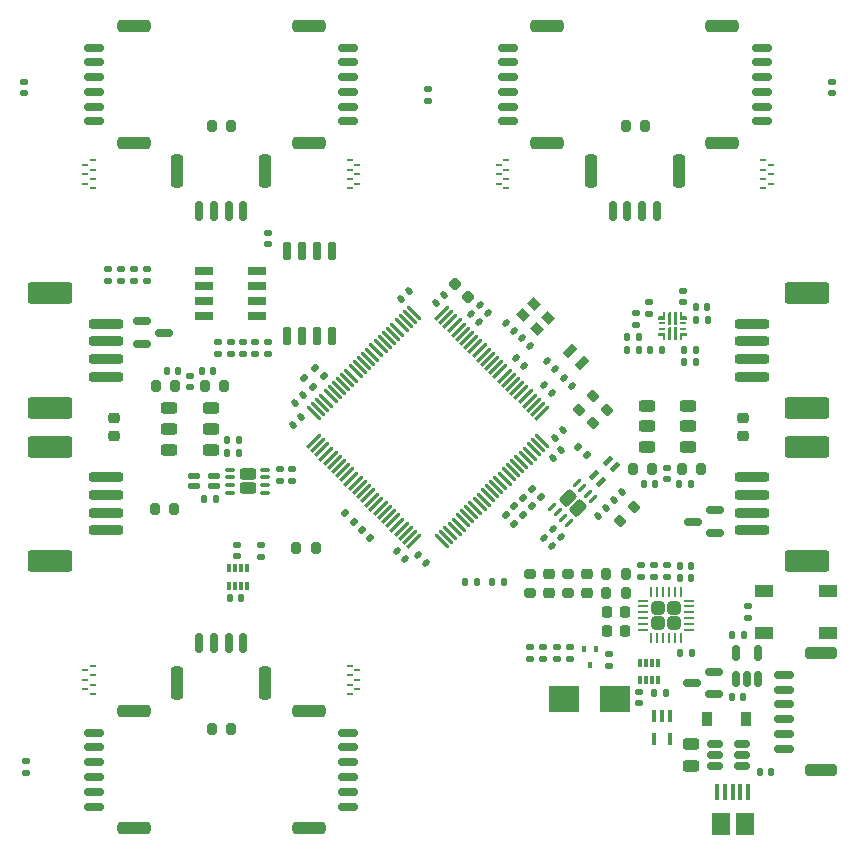
<source format=gtp>
G04 #@! TF.GenerationSoftware,KiCad,Pcbnew,7.0.1*
G04 #@! TF.CreationDate,2023-07-08T14:47:44+02:00*
G04 #@! TF.ProjectId,orion_pcb,6f72696f-6e5f-4706-9362-2e6b69636164,4*
G04 #@! TF.SameCoordinates,Original*
G04 #@! TF.FileFunction,Paste,Top*
G04 #@! TF.FilePolarity,Positive*
%FSLAX46Y46*%
G04 Gerber Fmt 4.6, Leading zero omitted, Abs format (unit mm)*
G04 Created by KiCad (PCBNEW 7.0.1) date 2023-07-08 14:47:44*
%MOMM*%
%LPD*%
G01*
G04 APERTURE LIST*
G04 Aperture macros list*
%AMRoundRect*
0 Rectangle with rounded corners*
0 $1 Rounding radius*
0 $2 $3 $4 $5 $6 $7 $8 $9 X,Y pos of 4 corners*
0 Add a 4 corners polygon primitive as box body*
4,1,4,$2,$3,$4,$5,$6,$7,$8,$9,$2,$3,0*
0 Add four circle primitives for the rounded corners*
1,1,$1+$1,$2,$3*
1,1,$1+$1,$4,$5*
1,1,$1+$1,$6,$7*
1,1,$1+$1,$8,$9*
0 Add four rect primitives between the rounded corners*
20,1,$1+$1,$2,$3,$4,$5,0*
20,1,$1+$1,$4,$5,$6,$7,0*
20,1,$1+$1,$6,$7,$8,$9,0*
20,1,$1+$1,$8,$9,$2,$3,0*%
%AMRotRect*
0 Rectangle, with rotation*
0 The origin of the aperture is its center*
0 $1 length*
0 $2 width*
0 $3 Rotation angle, in degrees counterclockwise*
0 Add horizontal line*
21,1,$1,$2,0,0,$3*%
%AMFreePoly0*
4,1,21,-0.500000,0.100000,-0.492388,0.138268,-0.470711,0.170711,-0.438268,0.192388,-0.400000,0.200000,0.400000,0.200000,0.438268,0.192388,0.470711,0.170711,0.492388,0.138268,0.500000,0.100000,0.500000,-0.100000,0.492388,-0.138268,0.470711,-0.170711,0.438268,-0.192388,0.400000,-0.200000,-0.400000,-0.200000,-0.438268,-0.192388,-0.470711,-0.170711,-0.492388,-0.138268,-0.500000,-0.100000,
-0.500000,0.100000,-0.500000,0.100000,$1*%
G04 Aperture macros list end*
%ADD10RoundRect,0.200000X0.053033X-0.335876X0.335876X-0.053033X-0.053033X0.335876X-0.335876X0.053033X0*%
%ADD11RotRect,0.600000X1.100000X135.000000*%
%ADD12RoundRect,0.140000X0.140000X0.170000X-0.140000X0.170000X-0.140000X-0.170000X0.140000X-0.170000X0*%
%ADD13RoundRect,0.250000X-0.141421X-0.494975X0.494975X0.141421X0.141421X0.494975X-0.494975X-0.141421X0*%
%ADD14RoundRect,0.075000X-0.194454X-0.300520X0.300520X0.194454X0.194454X0.300520X-0.300520X-0.194454X0*%
%ADD15RoundRect,0.100000X-0.100000X0.400000X-0.100000X-0.400000X0.100000X-0.400000X0.100000X0.400000X0*%
%ADD16FreePoly0,270.000000*%
%ADD17RoundRect,0.140000X-0.219203X-0.021213X-0.021213X-0.219203X0.219203X0.021213X0.021213X0.219203X0*%
%ADD18RoundRect,0.075000X0.459619X0.565685X-0.565685X-0.459619X-0.459619X-0.565685X0.565685X0.459619X0*%
%ADD19RoundRect,0.075000X-0.459619X0.565685X-0.565685X0.459619X0.459619X-0.565685X0.565685X-0.459619X0*%
%ADD20RoundRect,0.135000X-0.185000X0.135000X-0.185000X-0.135000X0.185000X-0.135000X0.185000X0.135000X0*%
%ADD21RoundRect,0.140000X-0.140000X-0.170000X0.140000X-0.170000X0.140000X0.170000X-0.140000X0.170000X0*%
%ADD22RoundRect,0.200000X-0.200000X-0.275000X0.200000X-0.275000X0.200000X0.275000X-0.200000X0.275000X0*%
%ADD23R,0.625000X0.200000*%
%ADD24RoundRect,0.200000X1.250000X-0.200000X1.250000X0.200000X-1.250000X0.200000X-1.250000X-0.200000X0*%
%ADD25RoundRect,0.250000X1.650000X-0.650000X1.650000X0.650000X-1.650000X0.650000X-1.650000X-0.650000X0*%
%ADD26RoundRect,0.135000X0.185000X-0.135000X0.185000X0.135000X-0.185000X0.135000X-0.185000X-0.135000X0*%
%ADD27RoundRect,0.135000X-0.135000X-0.185000X0.135000X-0.185000X0.135000X0.185000X-0.135000X0.185000X0*%
%ADD28RoundRect,0.150000X0.587500X0.150000X-0.587500X0.150000X-0.587500X-0.150000X0.587500X-0.150000X0*%
%ADD29RoundRect,0.140000X0.021213X-0.219203X0.219203X-0.021213X-0.021213X0.219203X-0.219203X0.021213X0*%
%ADD30RoundRect,0.150000X-0.587500X-0.150000X0.587500X-0.150000X0.587500X0.150000X-0.587500X0.150000X0*%
%ADD31RoundRect,0.135000X0.135000X0.185000X-0.135000X0.185000X-0.135000X-0.185000X0.135000X-0.185000X0*%
%ADD32RoundRect,0.140000X-0.170000X0.140000X-0.170000X-0.140000X0.170000X-0.140000X0.170000X0.140000X0*%
%ADD33RoundRect,0.140000X-0.021213X0.219203X-0.219203X0.021213X0.021213X-0.219203X0.219203X-0.021213X0*%
%ADD34RoundRect,0.135000X0.226274X0.035355X0.035355X0.226274X-0.226274X-0.035355X-0.035355X-0.226274X0*%
%ADD35RotRect,0.800000X0.900000X225.000000*%
%ADD36RoundRect,0.140000X0.219203X0.021213X0.021213X0.219203X-0.219203X-0.021213X-0.021213X-0.219203X0*%
%ADD37R,1.500000X1.900000*%
%ADD38R,0.400000X1.350000*%
%ADD39RoundRect,0.218750X-0.256250X0.218750X-0.256250X-0.218750X0.256250X-0.218750X0.256250X0.218750X0*%
%ADD40RoundRect,0.135000X-0.226274X-0.035355X-0.035355X-0.226274X0.226274X0.035355X0.035355X0.226274X0*%
%ADD41RoundRect,0.150000X-0.700000X0.150000X-0.700000X-0.150000X0.700000X-0.150000X0.700000X0.150000X0*%
%ADD42RoundRect,0.250000X-1.150000X0.250000X-1.150000X-0.250000X1.150000X-0.250000X1.150000X0.250000X0*%
%ADD43RoundRect,0.200000X0.200000X0.275000X-0.200000X0.275000X-0.200000X-0.275000X0.200000X-0.275000X0*%
%ADD44RoundRect,0.140000X0.170000X-0.140000X0.170000X0.140000X-0.170000X0.140000X-0.170000X-0.140000X0*%
%ADD45R,0.599999X0.249999*%
%ADD46RoundRect,0.250000X-0.450000X-0.250000X0.450000X-0.250000X0.450000X0.250000X-0.450000X0.250000X0*%
%ADD47RoundRect,0.150000X0.150000X-0.650000X0.150000X0.650000X-0.150000X0.650000X-0.150000X-0.650000X0*%
%ADD48R,0.900000X1.200000*%
%ADD49RoundRect,0.218750X-0.218750X-0.256250X0.218750X-0.256250X0.218750X0.256250X-0.218750X0.256250X0*%
%ADD50RoundRect,0.200000X-1.250000X0.200000X-1.250000X-0.200000X1.250000X-0.200000X1.250000X0.200000X0*%
%ADD51RoundRect,0.250000X-1.650000X0.650000X-1.650000X-0.650000X1.650000X-0.650000X1.650000X0.650000X0*%
%ADD52RoundRect,0.218750X0.256250X-0.218750X0.256250X0.218750X-0.256250X0.218750X-0.256250X-0.218750X0*%
%ADD53RoundRect,0.218750X0.335876X0.026517X0.026517X0.335876X-0.335876X-0.026517X-0.026517X-0.335876X0*%
%ADD54RoundRect,0.200000X-0.053033X0.335876X-0.335876X0.053033X0.053033X-0.335876X0.335876X-0.053033X0*%
%ADD55RoundRect,0.150000X0.150000X-0.512500X0.150000X0.512500X-0.150000X0.512500X-0.150000X-0.512500X0*%
%ADD56R,1.600000X0.760000*%
%ADD57RoundRect,0.150000X0.700000X-0.150000X0.700000X0.150000X-0.700000X0.150000X-0.700000X-0.150000X0*%
%ADD58RoundRect,0.250000X1.150000X-0.250000X1.150000X0.250000X-1.150000X0.250000X-1.150000X-0.250000X0*%
%ADD59RoundRect,0.250000X0.450000X0.250000X-0.450000X0.250000X-0.450000X-0.250000X0.450000X-0.250000X0*%
%ADD60RoundRect,0.075000X0.350000X0.075000X-0.350000X0.075000X-0.350000X-0.075000X0.350000X-0.075000X0*%
%ADD61RoundRect,0.250000X0.315000X0.315000X-0.315000X0.315000X-0.315000X-0.315000X0.315000X-0.315000X0*%
%ADD62RoundRect,0.062500X0.350000X0.062500X-0.350000X0.062500X-0.350000X-0.062500X0.350000X-0.062500X0*%
%ADD63RoundRect,0.062500X0.062500X0.350000X-0.062500X0.350000X-0.062500X-0.350000X0.062500X-0.350000X0*%
%ADD64RoundRect,0.150000X-0.150000X-0.700000X0.150000X-0.700000X0.150000X0.700000X-0.150000X0.700000X0*%
%ADD65RoundRect,0.250000X-0.250000X-1.150000X0.250000X-1.150000X0.250000X1.150000X-0.250000X1.150000X0*%
%ADD66RoundRect,0.020000X0.430000X-0.180000X0.430000X0.180000X-0.430000X0.180000X-0.430000X-0.180000X0*%
%ADD67R,0.400000X0.510000*%
%ADD68RoundRect,0.075000X-0.075000X0.275000X-0.075000X-0.275000X0.075000X-0.275000X0.075000X0.275000X0*%
%ADD69RoundRect,0.243750X0.456250X-0.243750X0.456250X0.243750X-0.456250X0.243750X-0.456250X-0.243750X0*%
%ADD70RoundRect,0.020000X-0.431335X-0.176777X-0.176777X-0.431335X0.431335X0.176777X0.176777X0.431335X0*%
%ADD71RoundRect,0.150000X0.150000X0.700000X-0.150000X0.700000X-0.150000X-0.700000X0.150000X-0.700000X0*%
%ADD72RoundRect,0.250000X0.250000X1.150000X-0.250000X1.150000X-0.250000X-1.150000X0.250000X-1.150000X0*%
%ADD73RoundRect,0.150000X0.512500X0.150000X-0.512500X0.150000X-0.512500X-0.150000X0.512500X-0.150000X0*%
%ADD74R,2.500000X2.300000*%
%ADD75RoundRect,0.200000X-0.275000X0.200000X-0.275000X-0.200000X0.275000X-0.200000X0.275000X0.200000X0*%
%ADD76RoundRect,0.250000X1.100000X-0.250000X1.100000X0.250000X-1.100000X0.250000X-1.100000X-0.250000X0*%
%ADD77R,1.500000X1.000000*%
%ADD78RoundRect,0.075000X0.075000X-0.275000X0.075000X0.275000X-0.075000X0.275000X-0.075000X-0.275000X0*%
G04 APERTURE END LIST*
G36*
X171850000Y-92000002D02*
G01*
X171900000Y-92050000D01*
X171900000Y-92225001D01*
X171850000Y-92275001D01*
X171525000Y-92275001D01*
X171525000Y-92600001D01*
X171475000Y-92650001D01*
X171350001Y-92650001D01*
X171299999Y-92600001D01*
X171300001Y-92060001D01*
X171360000Y-92000001D01*
X171850000Y-92000002D01*
G37*
G36*
X171525000Y-90300001D02*
G01*
X171525000Y-90625001D01*
X171850000Y-90625001D01*
X171900000Y-90675001D01*
X171900000Y-90850002D01*
X171850000Y-90900000D01*
X171350001Y-90900002D01*
X171299999Y-90850002D01*
X171299999Y-90300001D01*
X171350001Y-90250001D01*
X171475000Y-90250001D01*
X171525000Y-90300001D01*
G37*
G36*
X170100001Y-92050000D02*
G01*
X170100001Y-92600001D01*
X170049999Y-92650001D01*
X169925000Y-92650001D01*
X169875000Y-92600001D01*
X169875000Y-92275001D01*
X169550000Y-92275001D01*
X169500000Y-92225001D01*
X169500000Y-92050000D01*
X169550000Y-92000002D01*
X170049999Y-92000000D01*
X170100001Y-92050000D01*
G37*
G36*
X170100001Y-90300001D02*
G01*
X170099999Y-90850000D01*
X170049999Y-90900002D01*
X169550000Y-90900000D01*
X169500000Y-90850002D01*
X169500000Y-90675001D01*
X169550000Y-90625001D01*
X169875000Y-90625001D01*
X169875000Y-90300001D01*
X169925000Y-90250001D01*
X170049999Y-90250001D01*
X170100001Y-90300001D01*
G37*
G36*
X171089999Y-91600001D02*
G01*
X171089999Y-92560001D01*
X171039999Y-92610001D01*
X170860000Y-92610001D01*
X170810000Y-92560001D01*
X170810000Y-91600001D01*
X170860000Y-91550001D01*
X171039999Y-91550001D01*
X171089999Y-91600001D01*
G37*
G36*
X171089999Y-90340001D02*
G01*
X171089999Y-91300001D01*
X171039999Y-91350001D01*
X170860000Y-91350001D01*
X170810000Y-91300001D01*
X170810000Y-90340001D01*
X170860000Y-90290001D01*
X171039999Y-90290001D01*
X171089999Y-90340001D01*
G37*
G36*
X170590000Y-90340001D02*
G01*
X170590000Y-91300001D01*
X170540000Y-91350001D01*
X170360001Y-91350001D01*
X170310001Y-91300001D01*
X170310001Y-90340001D01*
X170360001Y-90290001D01*
X170540000Y-90290001D01*
X170590000Y-90340001D01*
G37*
G36*
X170590000Y-91600001D02*
G01*
X170590000Y-92560001D01*
X170540000Y-92610001D01*
X170360001Y-92610001D01*
X170310001Y-92560001D01*
X170310001Y-91600001D01*
X170360001Y-91550001D01*
X170540000Y-91550001D01*
X170590000Y-91600001D01*
G37*
D10*
X167413363Y-106776637D03*
X166246637Y-107943363D03*
D11*
X162030025Y-93580025D03*
X163019975Y-94569975D03*
D12*
X127870000Y-95275000D03*
X128830000Y-95275000D03*
D13*
X161825665Y-106000341D03*
X162674193Y-106848869D03*
D14*
X160535195Y-106760481D03*
X160994814Y-107220100D03*
X161454434Y-107679720D03*
X161914053Y-108139339D03*
X163964663Y-106088729D03*
X163505044Y-105629110D03*
X163045424Y-105169490D03*
X162585805Y-104709871D03*
D15*
X170450000Y-126400000D03*
D16*
X169150000Y-126400000D03*
X169150000Y-124500000D03*
X169800000Y-124500000D03*
X170450000Y-124500000D03*
D17*
X155103822Y-90378822D03*
X154425000Y-89700000D03*
D18*
X159669685Y-98815596D03*
X159316132Y-98462043D03*
X158962578Y-98108489D03*
X158609025Y-97754936D03*
X158255472Y-97401383D03*
X157901918Y-97047829D03*
X157548365Y-96694276D03*
X157194811Y-96340722D03*
X156841258Y-95987169D03*
X156487705Y-95633616D03*
X156134151Y-95280062D03*
X155780598Y-94926509D03*
X155427045Y-94572955D03*
X155073491Y-94219402D03*
X154719938Y-93865849D03*
X154366384Y-93512295D03*
X154012831Y-93158742D03*
X153659278Y-92805189D03*
X153305724Y-92451635D03*
X152952171Y-92098082D03*
X152598617Y-91744528D03*
X152245064Y-91390975D03*
X151891511Y-91037422D03*
X151537957Y-90683868D03*
X151184404Y-90330315D03*
D19*
X148815596Y-90330315D03*
X148462043Y-90683868D03*
X148108489Y-91037422D03*
X147754936Y-91390975D03*
X147401383Y-91744528D03*
X147047829Y-92098082D03*
X146694276Y-92451635D03*
X146340722Y-92805189D03*
X145987169Y-93158742D03*
X145633616Y-93512295D03*
X145280062Y-93865849D03*
X144926509Y-94219402D03*
X144572955Y-94572955D03*
X144219402Y-94926509D03*
X143865849Y-95280062D03*
X143512295Y-95633616D03*
X143158742Y-95987169D03*
X142805189Y-96340722D03*
X142451635Y-96694276D03*
X142098082Y-97047829D03*
X141744528Y-97401383D03*
X141390975Y-97754936D03*
X141037422Y-98108489D03*
X140683868Y-98462043D03*
X140330315Y-98815596D03*
D18*
X140330315Y-101184404D03*
X140683868Y-101537957D03*
X141037422Y-101891511D03*
X141390975Y-102245064D03*
X141744528Y-102598617D03*
X142098082Y-102952171D03*
X142451635Y-103305724D03*
X142805189Y-103659278D03*
X143158742Y-104012831D03*
X143512295Y-104366384D03*
X143865849Y-104719938D03*
X144219402Y-105073491D03*
X144572955Y-105427045D03*
X144926509Y-105780598D03*
X145280062Y-106134151D03*
X145633616Y-106487705D03*
X145987169Y-106841258D03*
X146340722Y-107194811D03*
X146694276Y-107548365D03*
X147047829Y-107901918D03*
X147401383Y-108255472D03*
X147754936Y-108609025D03*
X148108489Y-108962578D03*
X148462043Y-109316132D03*
X148815596Y-109669685D03*
D19*
X151184404Y-109669685D03*
X151537957Y-109316132D03*
X151891511Y-108962578D03*
X152245064Y-108609025D03*
X152598617Y-108255472D03*
X152952171Y-107901918D03*
X153305724Y-107548365D03*
X153659278Y-107194811D03*
X154012831Y-106841258D03*
X154366384Y-106487705D03*
X154719938Y-106134151D03*
X155073491Y-105780598D03*
X155427045Y-105427045D03*
X155780598Y-105073491D03*
X156134151Y-104719938D03*
X156487705Y-104366384D03*
X156841258Y-104012831D03*
X157194811Y-103659278D03*
X157548365Y-103305724D03*
X157901918Y-102952171D03*
X158255472Y-102598617D03*
X158609025Y-102245064D03*
X158962578Y-101891511D03*
X159316132Y-101537957D03*
X159669685Y-101184404D03*
D20*
X122925000Y-87635000D03*
X122925000Y-86615000D03*
X168025000Y-112710000D03*
X168025000Y-111690000D03*
D21*
X133975000Y-102175002D03*
X133015000Y-102175002D03*
D22*
X133325000Y-74475000D03*
X131675000Y-74475000D03*
D23*
X155987500Y-79397500D03*
X155987500Y-78597500D03*
X155987500Y-77797500D03*
X156612500Y-77397500D03*
X156612500Y-78197500D03*
X156612500Y-78997500D03*
X156612500Y-79797500D03*
D24*
X177387500Y-95750000D03*
X177387500Y-94250000D03*
X177387500Y-92750000D03*
X177387500Y-91250000D03*
D25*
X182087500Y-98350000D03*
X182087500Y-88650000D03*
D26*
X160900000Y-118640000D03*
X160900000Y-119660000D03*
D27*
X169835000Y-93449999D03*
X168815000Y-93449999D03*
D28*
X172437501Y-108000000D03*
X174312501Y-107050000D03*
X174312501Y-108950000D03*
D29*
X161439411Y-100210589D03*
X160760589Y-100889411D03*
D30*
X127662500Y-92000000D03*
X125787500Y-92950000D03*
X125787500Y-91050000D03*
D31*
X131070000Y-106080000D03*
X132090000Y-106080000D03*
D23*
X120987500Y-79397500D03*
X120987500Y-78597500D03*
X120987500Y-77797500D03*
X121612500Y-77397500D03*
X121612500Y-78197500D03*
X121612500Y-78997500D03*
X121612500Y-79797500D03*
D32*
X115800000Y-71705000D03*
X115800000Y-70745000D03*
D33*
X164403068Y-107559512D03*
X165081890Y-106880690D03*
D22*
X169000000Y-103525000D03*
X167350000Y-103525000D03*
D12*
X133195000Y-114475000D03*
X134155000Y-114475000D03*
D34*
X157310000Y-106720000D03*
X158031248Y-107441248D03*
D20*
X124025000Y-87635000D03*
X124025000Y-86615000D03*
D35*
X159243855Y-91670584D03*
X158077129Y-90503858D03*
X158961013Y-89619974D03*
X160127739Y-90786700D03*
D32*
X138480000Y-104530000D03*
X138480000Y-103570000D03*
D33*
X160560589Y-102614411D03*
X161239411Y-101935589D03*
D26*
X158600000Y-118640000D03*
X158600000Y-119660000D03*
D21*
X172305000Y-111725000D03*
X171345000Y-111725000D03*
X131830000Y-95275000D03*
X130870000Y-95275000D03*
D20*
X135390000Y-93820000D03*
X135390000Y-92800000D03*
D36*
X160567015Y-108630778D03*
X161245837Y-109309600D03*
D37*
X176800000Y-133637500D03*
X174800000Y-133637500D03*
D38*
X177100000Y-130937500D03*
X176450000Y-130937500D03*
X175800000Y-130937500D03*
X175150000Y-130937500D03*
X174500000Y-130937500D03*
D39*
X176675000Y-100787500D03*
X176675000Y-99212500D03*
D23*
X179012500Y-77797500D03*
X179012500Y-78597500D03*
X179012500Y-79397500D03*
X178387500Y-79797500D03*
X178387500Y-78997500D03*
X178387500Y-78197500D03*
X178387500Y-77397500D03*
D40*
X141160624Y-95685624D03*
X140439376Y-94964376D03*
D20*
X133280000Y-93840000D03*
X133280000Y-92820000D03*
D17*
X158139411Y-94839411D03*
X157460589Y-94160589D03*
D36*
X157913759Y-92497720D03*
X158592581Y-93176542D03*
D41*
X156750000Y-67875000D03*
X156750000Y-69125000D03*
X156750000Y-70375000D03*
X156750000Y-71625000D03*
X156750000Y-72875000D03*
X156750000Y-74125000D03*
D42*
X160100000Y-66025000D03*
X160100000Y-75975000D03*
D43*
X126950000Y-96550000D03*
X128600000Y-96550000D03*
X131675000Y-125525000D03*
X133325000Y-125525000D03*
D44*
X116000000Y-128295000D03*
X116000000Y-129255000D03*
D36*
X159824553Y-109373240D03*
X160503375Y-110052062D03*
D21*
X170130000Y-122500000D03*
X169170000Y-122500000D03*
D45*
X171600001Y-91225000D03*
X171600001Y-91675002D03*
X169799999Y-91675002D03*
X169799999Y-91225000D03*
D28*
X172312500Y-121650000D03*
X174187500Y-120700000D03*
X174187500Y-122600000D03*
D44*
X133825000Y-109970000D03*
X133825000Y-110930000D03*
D20*
X165325000Y-120210000D03*
X165325000Y-119190000D03*
D46*
X172000000Y-101675000D03*
X172000000Y-99925000D03*
X172000000Y-98175000D03*
X168500000Y-101675000D03*
X168500000Y-99925000D03*
X168500000Y-98175000D03*
D31*
X172690000Y-90974999D03*
X173710000Y-90974999D03*
D44*
X177050000Y-115170000D03*
X177050000Y-116130000D03*
D47*
X138045000Y-85125000D03*
X139315000Y-85125000D03*
X140585000Y-85125000D03*
X141855000Y-85125000D03*
X141855000Y-92325000D03*
X140585000Y-92325000D03*
X139315000Y-92325000D03*
X138045000Y-92325000D03*
D48*
X173650000Y-124700000D03*
X176950000Y-124700000D03*
D49*
X166687500Y-115650000D03*
X165112500Y-115650000D03*
D50*
X122712500Y-104250000D03*
X122712500Y-105750000D03*
X122712500Y-107250000D03*
X122712500Y-108750000D03*
D51*
X118012500Y-101650000D03*
X118012500Y-111350000D03*
D24*
X177387500Y-108750000D03*
X177387500Y-107250000D03*
X177387500Y-105750000D03*
X177387500Y-104250000D03*
D25*
X182087500Y-111350000D03*
X182087500Y-101650000D03*
D52*
X123425000Y-99212500D03*
X123425000Y-100787500D03*
D20*
X136450000Y-93820000D03*
X136450000Y-92800000D03*
D53*
X152243153Y-87903153D03*
X153356847Y-89016847D03*
D17*
X154353822Y-91128822D03*
X153675000Y-90450000D03*
D26*
X168674999Y-89424999D03*
X168674999Y-90444999D03*
D41*
X121750000Y-67875000D03*
X121750000Y-69125000D03*
X121750000Y-70375000D03*
X121750000Y-71625000D03*
X121750000Y-72875000D03*
X121750000Y-74125000D03*
D42*
X125100000Y-66025000D03*
X125100000Y-75975000D03*
D22*
X166725000Y-114050000D03*
X165075000Y-114050000D03*
D54*
X162820000Y-98520000D03*
X163986726Y-97353274D03*
D55*
X176075000Y-119092500D03*
X177975000Y-119092500D03*
X177975000Y-121367500D03*
X177025000Y-121367500D03*
X176075000Y-121367500D03*
D56*
X135540000Y-86815000D03*
X135540000Y-88085000D03*
X135540000Y-89355000D03*
X135540000Y-90625000D03*
X131040000Y-90625000D03*
X131040000Y-89355000D03*
X131040000Y-88085000D03*
X131040000Y-86815000D03*
D44*
X129850000Y-95670000D03*
X129850000Y-96630000D03*
D26*
X150000000Y-71340000D03*
X150000000Y-72360000D03*
D20*
X135825000Y-111010000D03*
X135825000Y-109990000D03*
D40*
X143710624Y-108010624D03*
X142989376Y-107289376D03*
D23*
X144012500Y-77797500D03*
X144012500Y-78597500D03*
X144012500Y-79397500D03*
X143387500Y-79797500D03*
X143387500Y-78997500D03*
X143387500Y-78197500D03*
X143387500Y-77397500D03*
D57*
X143250000Y-74125000D03*
X143250000Y-72875000D03*
X143250000Y-71625000D03*
X143250000Y-70375000D03*
X143250000Y-69125000D03*
X143250000Y-67875000D03*
D58*
X139900000Y-75975000D03*
X139900000Y-66025000D03*
D27*
X154160000Y-113125000D03*
X153140000Y-113125000D03*
D21*
X176730000Y-117600000D03*
X175770000Y-117600000D03*
D17*
X149800000Y-111475000D03*
X149121178Y-110796178D03*
D59*
X134725000Y-105175000D03*
X134725000Y-103975000D03*
D60*
X136175000Y-105550000D03*
X136175000Y-104900000D03*
X136175000Y-104250000D03*
X136175000Y-103600000D03*
X133275000Y-103600000D03*
X133275000Y-104250000D03*
X133275000Y-104900000D03*
X133275000Y-105550000D03*
D59*
X128100000Y-98400000D03*
X128100000Y-100150000D03*
X128100000Y-101900000D03*
X131600000Y-98400000D03*
X131600000Y-100150000D03*
X131600000Y-101900000D03*
D33*
X138560589Y-99789411D03*
X139239411Y-99110589D03*
D34*
X158064376Y-105989376D03*
X158785624Y-106710624D03*
D21*
X172660000Y-93500000D03*
X171700000Y-93500000D03*
D17*
X160464411Y-97139411D03*
X159785589Y-96460589D03*
D43*
X132750000Y-96550000D03*
X131100000Y-96550000D03*
D21*
X172305000Y-112750000D03*
X171345000Y-112750000D03*
D61*
X170800000Y-116587500D03*
X170800000Y-115287500D03*
X169500000Y-116587500D03*
X169500000Y-115287500D03*
D62*
X172087500Y-117187500D03*
X172087500Y-116687500D03*
X172087500Y-116187500D03*
X172087500Y-115687500D03*
X172087500Y-115187500D03*
X172087500Y-114687500D03*
D63*
X171400000Y-114000000D03*
X170900000Y-114000000D03*
X170400000Y-114000000D03*
X169900000Y-114000000D03*
X169400000Y-114000000D03*
X168900000Y-114000000D03*
D62*
X168212500Y-114687500D03*
X168212500Y-115187500D03*
X168212500Y-115687500D03*
X168212500Y-116187500D03*
X168212500Y-116687500D03*
X168212500Y-117187500D03*
D63*
X168900000Y-117875000D03*
X169400000Y-117875000D03*
X169900000Y-117875000D03*
X170400000Y-117875000D03*
X170900000Y-117875000D03*
X171400000Y-117875000D03*
D64*
X165625000Y-81700000D03*
X166875000Y-81700000D03*
X168125000Y-81700000D03*
X169375000Y-81700000D03*
D65*
X163775000Y-78350000D03*
X171225000Y-78350000D03*
D32*
X170250000Y-104405000D03*
X170250000Y-103445000D03*
X167850000Y-123380000D03*
X167850000Y-122420000D03*
D12*
X168270000Y-104799999D03*
X169230000Y-104799999D03*
D20*
X125125000Y-87635000D03*
X125125000Y-86615000D03*
D66*
X130200000Y-104975000D03*
X130200000Y-104175000D03*
X131900000Y-104175000D03*
X131900000Y-104975000D03*
D17*
X157267276Y-91835121D03*
X156588454Y-91156299D03*
D34*
X144389376Y-108689376D03*
X145110624Y-109410624D03*
D22*
X173150000Y-103525000D03*
X171500000Y-103525000D03*
D21*
X173654999Y-89875000D03*
X172694999Y-89875000D03*
D20*
X170200000Y-112710000D03*
X170200000Y-111690000D03*
D67*
X163700000Y-120120000D03*
X163200000Y-118830000D03*
X164200000Y-118830000D03*
D57*
X178250000Y-74125000D03*
X178250000Y-72875000D03*
X178250000Y-71625000D03*
X178250000Y-70375000D03*
X178250000Y-69125000D03*
X178250000Y-67875000D03*
D58*
X174900000Y-75975000D03*
X174900000Y-66025000D03*
D34*
X162714376Y-101664376D03*
X163435624Y-102385624D03*
D20*
X132210000Y-93850000D03*
X132210000Y-92830000D03*
D50*
X122712500Y-91250000D03*
X122712500Y-92750000D03*
X122712500Y-94250000D03*
X122712500Y-95750000D03*
D51*
X118012500Y-88650000D03*
X118012500Y-98350000D03*
D34*
X156579376Y-107459376D03*
X157300624Y-108180624D03*
D27*
X167860000Y-93449999D03*
X166840000Y-93449999D03*
D33*
X150670589Y-89479411D03*
X151349411Y-88800589D03*
D26*
X162050000Y-118640000D03*
X162050000Y-119660000D03*
D12*
X171700001Y-94525001D03*
X172660001Y-94525001D03*
D68*
X169450000Y-121440000D03*
X168950000Y-121440000D03*
X168450000Y-121440000D03*
X167950000Y-121440000D03*
X167950000Y-119960000D03*
X168450000Y-119960000D03*
X168950000Y-119960000D03*
X169450000Y-119960000D03*
D40*
X140260624Y-96585624D03*
X139539376Y-95864376D03*
D21*
X133955000Y-101100000D03*
X132995000Y-101100000D03*
D52*
X160225000Y-112462500D03*
X160225000Y-114037500D03*
D64*
X130625000Y-81700000D03*
X131875000Y-81700000D03*
X133125000Y-81700000D03*
X134375000Y-81700000D03*
D65*
X128775000Y-78350000D03*
X136225000Y-78350000D03*
D17*
X160789411Y-95114411D03*
X160110589Y-94435589D03*
D21*
X176705000Y-122875000D03*
X175745000Y-122875000D03*
D26*
X169125000Y-111690000D03*
X169125000Y-112710000D03*
D27*
X167835000Y-92375000D03*
X166815000Y-92375000D03*
D26*
X167625000Y-90340000D03*
X167625000Y-91360000D03*
D49*
X166687500Y-117300000D03*
X165112500Y-117300000D03*
D22*
X168375000Y-74475000D03*
X166725000Y-74475000D03*
D17*
X148014411Y-111189411D03*
X147335589Y-110510589D03*
D43*
X165075000Y-112450000D03*
X166725000Y-112450000D03*
D29*
X166443071Y-105519509D03*
X165764249Y-106198331D03*
D23*
X120987500Y-122202500D03*
X120987500Y-121402500D03*
X120987500Y-120602500D03*
X121612500Y-120202500D03*
X121612500Y-121002500D03*
X121612500Y-121802500D03*
X121612500Y-122602500D03*
D22*
X140500000Y-110250000D03*
X138850000Y-110250000D03*
D21*
X172230000Y-104799999D03*
X171270000Y-104799999D03*
D36*
X161485589Y-95810589D03*
X162164411Y-96489411D03*
D52*
X163450000Y-112437500D03*
X163450000Y-114012500D03*
D26*
X159750000Y-118640000D03*
X159750000Y-119660000D03*
D69*
X172250000Y-126812500D03*
X172250000Y-128687500D03*
D32*
X184200000Y-71705000D03*
X184200000Y-70745000D03*
D70*
X165266224Y-102842623D03*
X165831909Y-103408308D03*
X164629828Y-104610389D03*
X164064143Y-104044704D03*
D71*
X134375000Y-118300000D03*
X133125000Y-118300000D03*
X131875000Y-118300000D03*
X130625000Y-118300000D03*
D72*
X136225000Y-121650000D03*
X128775000Y-121650000D03*
D12*
X178120000Y-129225000D03*
X179080000Y-129225000D03*
D32*
X137450000Y-104530000D03*
X137450000Y-103570000D03*
D29*
X148414411Y-88460589D03*
X147735589Y-89139411D03*
D22*
X128525000Y-106950000D03*
X126875000Y-106950000D03*
D73*
X174337500Y-128700000D03*
X174337500Y-127750000D03*
X174337500Y-126800000D03*
X176612500Y-126800000D03*
X176612500Y-127750000D03*
X176612500Y-128700000D03*
D23*
X144012500Y-120602500D03*
X144012500Y-121402500D03*
X144012500Y-122202500D03*
X143387500Y-122602500D03*
X143387500Y-121802500D03*
X143387500Y-121002500D03*
X143387500Y-120202500D03*
D74*
X165800000Y-123000000D03*
X161500000Y-123000000D03*
D41*
X121750000Y-125875000D03*
X121750000Y-127125000D03*
X121750000Y-128375000D03*
X121750000Y-129625000D03*
X121750000Y-130875000D03*
X121750000Y-132125000D03*
D42*
X125100000Y-124025000D03*
X125100000Y-133975000D03*
D75*
X161825000Y-114050000D03*
X161825000Y-112400000D03*
D31*
X171315000Y-119100000D03*
X172335000Y-119100000D03*
D57*
X143250000Y-132125000D03*
X143250000Y-130875000D03*
X143250000Y-129625000D03*
X143250000Y-128375000D03*
X143250000Y-127125000D03*
X143250000Y-125875000D03*
D58*
X139900000Y-133975000D03*
X139900000Y-124025000D03*
D20*
X126225000Y-87635000D03*
X126225000Y-86615000D03*
D32*
X171624999Y-89405000D03*
X171624999Y-88445000D03*
D44*
X136490000Y-83570000D03*
X136490000Y-84530000D03*
D31*
X155440000Y-113125000D03*
X156460000Y-113125000D03*
D57*
X180112500Y-127225000D03*
X180112500Y-125975000D03*
X180112500Y-124725000D03*
X180112500Y-123475000D03*
X180112500Y-122225000D03*
X180112500Y-120975000D03*
D76*
X183312500Y-129075000D03*
X183312500Y-119125000D03*
D75*
X158650000Y-114050000D03*
X158650000Y-112400000D03*
D20*
X134330000Y-93830001D03*
X134330000Y-92810001D03*
D54*
X163966637Y-99683363D03*
X165133363Y-98516637D03*
D77*
X178450000Y-113900000D03*
X183850000Y-113900000D03*
X178450000Y-117400000D03*
X183850000Y-117400000D03*
D34*
X158814376Y-105239376D03*
X159535624Y-105960624D03*
D33*
X138760589Y-97939411D03*
X139439411Y-97260589D03*
D78*
X133150000Y-111960000D03*
X133650000Y-111960000D03*
X134150000Y-111960000D03*
X134650000Y-111960000D03*
X134650000Y-113440000D03*
X134150000Y-113440000D03*
X133650000Y-113440000D03*
X133150000Y-113440000D03*
M02*

</source>
